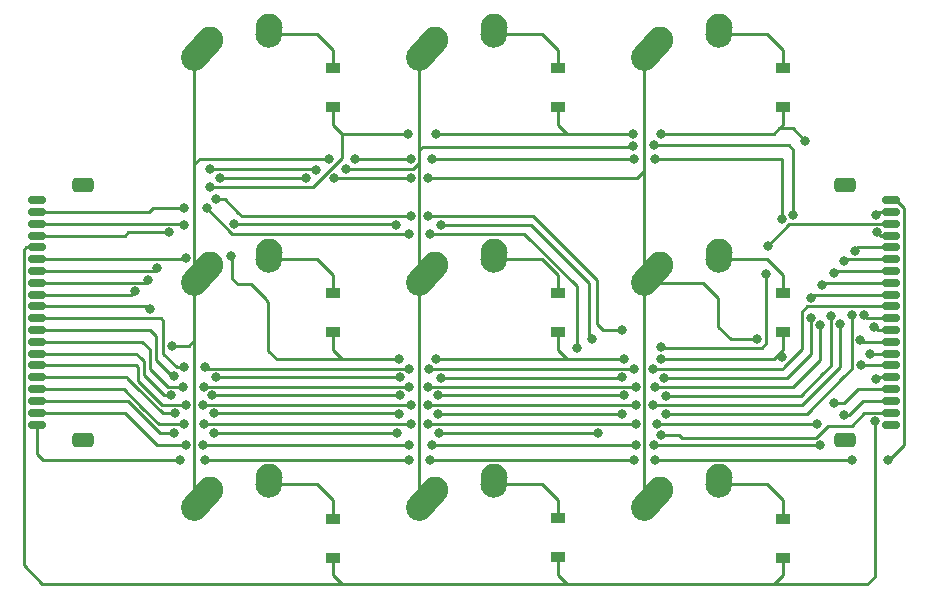
<source format=gtl>
%TF.GenerationSoftware,KiCad,Pcbnew,(6.0.9)*%
%TF.CreationDate,2022-12-29T20:17:03-06:00*%
%TF.ProjectId,Programmable Keys,50726f67-7261-46d6-9d61-626c65204b65,rev?*%
%TF.SameCoordinates,Original*%
%TF.FileFunction,Copper,L1,Top*%
%TF.FilePolarity,Positive*%
%FSLAX46Y46*%
G04 Gerber Fmt 4.6, Leading zero omitted, Abs format (unit mm)*
G04 Created by KiCad (PCBNEW (6.0.9)) date 2022-12-29 20:17:03*
%MOMM*%
%LPD*%
G01*
G04 APERTURE LIST*
G04 Aperture macros list*
%AMRoundRect*
0 Rectangle with rounded corners*
0 $1 Rounding radius*
0 $2 $3 $4 $5 $6 $7 $8 $9 X,Y pos of 4 corners*
0 Add a 4 corners polygon primitive as box body*
4,1,4,$2,$3,$4,$5,$6,$7,$8,$9,$2,$3,0*
0 Add four circle primitives for the rounded corners*
1,1,$1+$1,$2,$3*
1,1,$1+$1,$4,$5*
1,1,$1+$1,$6,$7*
1,1,$1+$1,$8,$9*
0 Add four rect primitives between the rounded corners*
20,1,$1+$1,$2,$3,$4,$5,0*
20,1,$1+$1,$4,$5,$6,$7,0*
20,1,$1+$1,$6,$7,$8,$9,0*
20,1,$1+$1,$8,$9,$2,$3,0*%
%AMHorizOval*
0 Thick line with rounded ends*
0 $1 width*
0 $2 $3 position (X,Y) of the first rounded end (center of the circle)*
0 $4 $5 position (X,Y) of the second rounded end (center of the circle)*
0 Add line between two ends*
20,1,$1,$2,$3,$4,$5,0*
0 Add two circle primitives to create the rounded ends*
1,1,$1,$2,$3*
1,1,$1,$4,$5*%
G04 Aperture macros list end*
%TA.AperFunction,ComponentPad*%
%ADD10C,2.250000*%
%TD*%
%TA.AperFunction,ComponentPad*%
%ADD11HorizOval,2.250000X0.655001X0.730000X-0.655001X-0.730000X0*%
%TD*%
%TA.AperFunction,ComponentPad*%
%ADD12HorizOval,2.250000X0.020000X0.290000X-0.020000X-0.290000X0*%
%TD*%
%TA.AperFunction,SMDPad,CuDef*%
%ADD13R,1.200000X0.900000*%
%TD*%
%TA.AperFunction,SMDPad,CuDef*%
%ADD14RoundRect,0.150000X-0.625000X0.150000X-0.625000X-0.150000X0.625000X-0.150000X0.625000X0.150000X0*%
%TD*%
%TA.AperFunction,SMDPad,CuDef*%
%ADD15RoundRect,0.250000X-0.650000X0.350000X-0.650000X-0.350000X0.650000X-0.350000X0.650000X0.350000X0*%
%TD*%
%TA.AperFunction,SMDPad,CuDef*%
%ADD16RoundRect,0.150000X0.625000X-0.150000X0.625000X0.150000X-0.625000X0.150000X-0.625000X-0.150000X0*%
%TD*%
%TA.AperFunction,SMDPad,CuDef*%
%ADD17RoundRect,0.250000X0.650000X-0.350000X0.650000X0.350000X-0.650000X0.350000X-0.650000X-0.350000X0*%
%TD*%
%TA.AperFunction,ViaPad*%
%ADD18C,0.800000*%
%TD*%
%TA.AperFunction,Conductor*%
%ADD19C,0.250000*%
%TD*%
G04 APERTURE END LIST*
D10*
%TO.P,MX8,1,COL*%
%TO.N,COL9*%
X184031250Y-96012500D03*
D11*
X183376251Y-96742500D03*
D10*
%TO.P,MX8,2,ROW*%
%TO.N,Net-(D6-Pad2)*%
X189071250Y-94932500D03*
D12*
X189051250Y-95222500D03*
%TD*%
D13*
%TO.P,D3,1,K*%
%TO.N,ROW7*%
X175418750Y-101725000D03*
%TO.P,D3,2,A*%
%TO.N,Net-(D3-Pad2)*%
X175418750Y-98425000D03*
%TD*%
%TO.P,D9,1,K*%
%TO.N,ROW7*%
X213518750Y-101725000D03*
%TO.P,D9,2,A*%
%TO.N,Net-(D9-Pad2)*%
X213518750Y-98425000D03*
%TD*%
%TO.P,D1,1,K*%
%TO.N,ROW5*%
X175418750Y-63562500D03*
%TO.P,D1,2,A*%
%TO.N,Net-(D1-Pad2)*%
X175418750Y-60262500D03*
%TD*%
D10*
%TO.P,MX1,1,COL*%
%TO.N,COL8*%
X164981250Y-57912500D03*
D11*
X164326251Y-58642500D03*
D10*
%TO.P,MX1,2,ROW*%
%TO.N,Net-(D1-Pad2)*%
X170021250Y-56832500D03*
D12*
X170001250Y-57122500D03*
%TD*%
D13*
%TO.P,D4,1,K*%
%TO.N,ROW5*%
X194468750Y-63562500D03*
%TO.P,D4,2,A*%
%TO.N,Net-(D4-Pad2)*%
X194468750Y-60262500D03*
%TD*%
%TO.P,D5,1,K*%
%TO.N,ROW6*%
X194468750Y-82612500D03*
%TO.P,D5,2,A*%
%TO.N,Net-(D5-Pad2)*%
X194468750Y-79312500D03*
%TD*%
D14*
%TO.P,J2,1,Pin_1*%
%TO.N,+5V*%
X222662500Y-71462500D03*
%TO.P,J2,2,Pin_2*%
%TO.N,VCC*%
X222662500Y-72462500D03*
%TO.P,J2,3,Pin_3*%
%TO.N,COL0*%
X222662500Y-73462500D03*
%TO.P,J2,4,Pin_4*%
%TO.N,COL1*%
X222662500Y-74462500D03*
%TO.P,J2,5,Pin_5*%
%TO.N,COL2*%
X222662500Y-75462500D03*
%TO.P,J2,6,Pin_6*%
%TO.N,COL3*%
X222662500Y-76462500D03*
%TO.P,J2,7,Pin_7*%
%TO.N,COL4*%
X222662500Y-77462500D03*
%TO.P,J2,8,Pin_8*%
%TO.N,COL5*%
X222662500Y-78462500D03*
%TO.P,J2,9,Pin_9*%
%TO.N,COL6*%
X222662500Y-79462500D03*
%TO.P,J2,10,Pin_10*%
%TO.N,COL7*%
X222662500Y-80462500D03*
%TO.P,J2,11,Pin_11*%
%TO.N,COL8*%
X222662500Y-81462500D03*
%TO.P,J2,12,Pin_12*%
%TO.N,COL9*%
X222662500Y-82462500D03*
%TO.P,J2,13,Pin_13*%
%TO.N,COL10*%
X222662500Y-83462500D03*
%TO.P,J2,14,Pin_14*%
%TO.N,ROW5*%
X222662500Y-84462500D03*
%TO.P,J2,15,Pin_15*%
%TO.N,ROW6*%
X222662500Y-85462500D03*
%TO.P,J2,16,Pin_16*%
%TO.N,ROW7*%
X222662500Y-86462500D03*
%TO.P,J2,17,Pin_17*%
%TO.N,ROW8*%
X222662500Y-87462500D03*
%TO.P,J2,18,Pin_18*%
%TO.N,ROW9*%
X222662500Y-88462500D03*
%TO.P,J2,19,Pin_19*%
%TO.N,GND*%
X222662500Y-89462500D03*
%TO.P,J2,20*%
%TO.N,N/C*%
X222662500Y-90462500D03*
D15*
%TO.P,J2,MP*%
X218787500Y-70162500D03*
X218787500Y-91762500D03*
%TD*%
D13*
%TO.P,D6,1,K*%
%TO.N,ROW7*%
X194468750Y-101662500D03*
%TO.P,D6,2,A*%
%TO.N,Net-(D6-Pad2)*%
X194468750Y-98362500D03*
%TD*%
D10*
%TO.P,MX9,1,COL*%
%TO.N,COL10*%
X203081250Y-96012500D03*
D11*
X202426251Y-96742500D03*
D12*
%TO.P,MX9,2,ROW*%
%TO.N,Net-(D9-Pad2)*%
X208101250Y-95222500D03*
D10*
X208121250Y-94932500D03*
%TD*%
%TO.P,MX4,1,COL*%
%TO.N,COL8*%
X164981250Y-76962500D03*
D11*
X164326251Y-77692500D03*
D10*
%TO.P,MX4,2,ROW*%
%TO.N,Net-(D2-Pad2)*%
X170021250Y-75882500D03*
D12*
X170001250Y-76172500D03*
%TD*%
D16*
%TO.P,J1,1,Pin_1*%
%TO.N,+5V*%
X150400000Y-90462500D03*
%TO.P,J1,2,Pin_2*%
%TO.N,VCC*%
X150400000Y-89462500D03*
%TO.P,J1,3,Pin_3*%
%TO.N,COL0*%
X150400000Y-88462500D03*
%TO.P,J1,4,Pin_4*%
%TO.N,COL1*%
X150400000Y-87462500D03*
%TO.P,J1,5,Pin_5*%
%TO.N,COL2*%
X150400000Y-86462500D03*
%TO.P,J1,6,Pin_6*%
%TO.N,COL3*%
X150400000Y-85462500D03*
%TO.P,J1,7,Pin_7*%
%TO.N,COL4*%
X150400000Y-84462500D03*
%TO.P,J1,8,Pin_8*%
%TO.N,COL5*%
X150400000Y-83462500D03*
%TO.P,J1,9,Pin_9*%
%TO.N,COL6*%
X150400000Y-82462500D03*
%TO.P,J1,10,Pin_10*%
%TO.N,COL7*%
X150400000Y-81462500D03*
%TO.P,J1,11,Pin_11*%
%TO.N,COL8*%
X150400000Y-80462500D03*
%TO.P,J1,12,Pin_12*%
%TO.N,COL9*%
X150400000Y-79462500D03*
%TO.P,J1,13,Pin_13*%
%TO.N,COL10*%
X150400000Y-78462500D03*
%TO.P,J1,14,Pin_14*%
%TO.N,ROW5*%
X150400000Y-77462500D03*
%TO.P,J1,15,Pin_15*%
%TO.N,ROW6*%
X150400000Y-76462500D03*
%TO.P,J1,16,Pin_16*%
%TO.N,ROW7*%
X150400000Y-75462500D03*
%TO.P,J1,17,Pin_17*%
%TO.N,ROW8*%
X150400000Y-74462500D03*
%TO.P,J1,18,Pin_18*%
%TO.N,ROW9*%
X150400000Y-73462500D03*
%TO.P,J1,19,Pin_19*%
%TO.N,GND*%
X150400000Y-72462500D03*
%TO.P,J1,20*%
%TO.N,N/C*%
X150400000Y-71462500D03*
D17*
%TO.P,J1,MP*%
X154275000Y-91762500D03*
X154275000Y-70162500D03*
%TD*%
D11*
%TO.P,MX3,1,COL*%
%TO.N,COL10*%
X202426251Y-58642500D03*
D10*
X203081250Y-57912500D03*
%TO.P,MX3,2,ROW*%
%TO.N,Net-(D7-Pad2)*%
X208121250Y-56832500D03*
D12*
X208101250Y-57122500D03*
%TD*%
D13*
%TO.P,D8,1,K*%
%TO.N,ROW6*%
X213518750Y-82612500D03*
%TO.P,D8,2,A*%
%TO.N,Net-(D8-Pad2)*%
X213518750Y-79312500D03*
%TD*%
%TO.P,D7,1,K*%
%TO.N,ROW5*%
X213518750Y-63562500D03*
%TO.P,D7,2,A*%
%TO.N,Net-(D7-Pad2)*%
X213518750Y-60262500D03*
%TD*%
D10*
%TO.P,MX7,1,COL*%
%TO.N,COL8*%
X164981250Y-96012500D03*
D11*
X164326251Y-96742500D03*
D12*
%TO.P,MX7,2,ROW*%
%TO.N,Net-(D3-Pad2)*%
X170001250Y-95222500D03*
D10*
X170021250Y-94932500D03*
%TD*%
D11*
%TO.P,MX2,1,COL*%
%TO.N,COL9*%
X183376251Y-58642500D03*
D10*
X184031250Y-57912500D03*
D12*
%TO.P,MX2,2,ROW*%
%TO.N,Net-(D4-Pad2)*%
X189051250Y-57122500D03*
D10*
X189071250Y-56832500D03*
%TD*%
%TO.P,MX6,1,COL*%
%TO.N,COL10*%
X203081250Y-76962500D03*
D11*
X202426251Y-77692500D03*
D10*
%TO.P,MX6,2,ROW*%
%TO.N,Net-(D8-Pad2)*%
X208121250Y-75882500D03*
D12*
X208101250Y-76172500D03*
%TD*%
D10*
%TO.P,MX5,1,COL*%
%TO.N,COL9*%
X184031250Y-76962500D03*
D11*
X183376251Y-77692500D03*
D10*
%TO.P,MX5,2,ROW*%
%TO.N,Net-(D5-Pad2)*%
X189071250Y-75882500D03*
D12*
X189051250Y-76172500D03*
%TD*%
D13*
%TO.P,D2,1,K*%
%TO.N,ROW6*%
X175418750Y-82612500D03*
%TO.P,D2,2,A*%
%TO.N,Net-(D2-Pad2)*%
X175418750Y-79312500D03*
%TD*%
D18*
%TO.N,ROW5*%
X160528000Y-77187000D03*
X220853000Y-84455000D03*
X215392000Y-66421000D03*
X164973000Y-70358000D03*
X181768750Y-65881250D03*
X200818750Y-65881250D03*
X203200000Y-65881250D03*
X184150000Y-65881250D03*
%TO.N,ROW6*%
X162946750Y-76327000D03*
X213463951Y-84723451D03*
X200025000Y-84931250D03*
X180975000Y-84931250D03*
X220099500Y-85462500D03*
X166751000Y-76200000D03*
X184150000Y-84931250D03*
X203200000Y-84931250D03*
%TO.N,ROW7*%
X221298581Y-90187000D03*
X221361000Y-86614000D03*
%TO.N,VCC*%
X183769000Y-92202000D03*
X181864000Y-92202000D03*
X162941000Y-92202000D03*
X201046750Y-92202000D03*
X221361000Y-72738000D03*
X216662000Y-92202000D03*
X164395750Y-92202000D03*
X202565000Y-92202000D03*
%TO.N,COL3*%
X201046750Y-88773000D03*
X162941000Y-88773000D03*
X218318839Y-81919866D03*
X218694000Y-76581000D03*
X202495750Y-88773000D03*
X183445750Y-88773000D03*
X164395750Y-88773000D03*
X181991000Y-88773000D03*
%TO.N,COL4*%
X203581000Y-88011000D03*
X217551000Y-81280000D03*
X217805000Y-77597000D03*
X200025000Y-87973500D03*
X184277000Y-87973500D03*
X165189500Y-87973500D03*
X181096161Y-87973500D03*
X161671000Y-87973500D03*
%TO.N,GND*%
X203212723Y-91342687D03*
X183642000Y-74295000D03*
X162814000Y-72136000D03*
X181864000Y-74295000D03*
X196088000Y-83947000D03*
X164719000Y-72136000D03*
%TO.N,COL5*%
X216667839Y-82046866D03*
X164465000Y-87249000D03*
X162687000Y-87249000D03*
X181864000Y-87249000D03*
X183445750Y-87249000D03*
X202692000Y-87249000D03*
X201041000Y-87249000D03*
X216789000Y-78613000D03*
%TO.N,COL6*%
X215921093Y-79738000D03*
X165481000Y-86449500D03*
X199898000Y-86449500D03*
X203454000Y-86487000D03*
X184531000Y-86487000D03*
X181102000Y-86449500D03*
X161925000Y-86360000D03*
X215900000Y-81407000D03*
%TO.N,COL0*%
X161925000Y-91186000D03*
X197866000Y-91148500D03*
X212217000Y-75311000D03*
X184404000Y-91186000D03*
X203200000Y-83931747D03*
X165354000Y-91186000D03*
X212090000Y-77724000D03*
X180848000Y-91148500D03*
%TO.N,COL1*%
X221511273Y-74187000D03*
X202819000Y-90424000D03*
X201041000Y-90424000D03*
X183445750Y-90424000D03*
X164465000Y-90424000D03*
X216403701Y-90419701D03*
X181996750Y-90424000D03*
X162814000Y-90424000D03*
%TO.N,COL2*%
X219583000Y-75738000D03*
X219329000Y-81187000D03*
X184277000Y-89535000D03*
X165354000Y-89497500D03*
X203581000Y-89535000D03*
X199898000Y-89535000D03*
X180975000Y-89535000D03*
X162052000Y-89497500D03*
%TO.N,COL7*%
X181864000Y-85725000D03*
X183515000Y-85725000D03*
X200914000Y-85725000D03*
X162814000Y-85598000D03*
X202495750Y-85725000D03*
X164592000Y-85598000D03*
%TO.N,COL8*%
X200914000Y-67945000D03*
X159893000Y-80645000D03*
X177292000Y-67945000D03*
X181991000Y-67945000D03*
X175124400Y-67945000D03*
X220346667Y-81187000D03*
X213419200Y-73084200D03*
X161760500Y-83820000D03*
X202692000Y-67945000D03*
X183769000Y-67945000D03*
%TO.N,COL9*%
X200784305Y-66880159D03*
X202565000Y-66802000D03*
X164973000Y-68834000D03*
X221234000Y-82187000D03*
X176530000Y-68834000D03*
X173990000Y-68871500D03*
X214376000Y-72738000D03*
X158623000Y-79187000D03*
%TO.N,COL10*%
X173101000Y-69596000D03*
X159720638Y-78187000D03*
X181996750Y-69596000D03*
X220053500Y-83312000D03*
X211323701Y-83222500D03*
X183445750Y-69596000D03*
X175518299Y-69600299D03*
X165862000Y-69596000D03*
%TO.N,ROW8*%
X217805000Y-88646000D03*
X199879000Y-82460500D03*
X183445750Y-72808500D03*
X181991000Y-72808500D03*
X165481000Y-71374000D03*
X161544000Y-74187000D03*
%TO.N,ROW9*%
X197358000Y-83185000D03*
X184531000Y-73570500D03*
X180721000Y-73533000D03*
X162814000Y-73533000D03*
X218694000Y-89662000D03*
X167072800Y-73465200D03*
%TO.N,+5V*%
X200914000Y-93472000D03*
X181864000Y-93472000D03*
X162433000Y-93472000D03*
X222377000Y-93472000D03*
X183642000Y-93472000D03*
X202692000Y-93472000D03*
X219329000Y-93472000D03*
X164592000Y-93472000D03*
%TD*%
D19*
%TO.N,ROW5*%
X195262500Y-65881250D02*
X184150000Y-65881250D01*
X214360125Y-65389125D02*
X213217125Y-65389125D01*
X222662500Y-84462500D02*
X220860500Y-84462500D01*
X176196625Y-65865375D02*
X175418750Y-65087500D01*
X176196625Y-67897375D02*
X176196625Y-65865375D01*
X194468750Y-65087500D02*
X194468750Y-63562500D01*
X173736000Y-70358000D02*
X176196625Y-67897375D01*
X175418750Y-65087500D02*
X175418750Y-63562500D01*
X164973000Y-70358000D02*
X173736000Y-70358000D01*
X213518750Y-65087500D02*
X213217125Y-65389125D01*
X200818750Y-65881250D02*
X195262500Y-65881250D01*
X213518750Y-63562500D02*
X213518750Y-65087500D01*
X195262500Y-65881250D02*
X194468750Y-65087500D01*
X160252500Y-77462500D02*
X160528000Y-77187000D01*
X150400000Y-77462500D02*
X160252500Y-77462500D01*
X215392000Y-66421000D02*
X214360125Y-65389125D01*
X212725000Y-65881250D02*
X203200000Y-65881250D01*
X181768750Y-65881250D02*
X176212500Y-65881250D01*
X220860500Y-84462500D02*
X220853000Y-84455000D01*
X176212500Y-65881250D02*
X176196625Y-65865375D01*
X213217125Y-65389125D02*
X212725000Y-65881250D01*
%TO.N,Net-(D1-Pad2)*%
X174093750Y-57412500D02*
X169981250Y-57412500D01*
X175418750Y-58737500D02*
X174093750Y-57412500D01*
X175418750Y-60262500D02*
X175418750Y-58737500D01*
%TO.N,ROW6*%
X195262500Y-84931250D02*
X184150000Y-84931250D01*
X222662500Y-85462500D02*
X220099500Y-85462500D01*
X200025000Y-84931250D02*
X195262500Y-84931250D01*
X194468750Y-84137500D02*
X194468750Y-82612500D01*
X180975000Y-84931250D02*
X177387250Y-84931250D01*
X169711942Y-79843059D02*
X169711942Y-79880961D01*
X166878000Y-78105000D02*
X167366599Y-78593599D01*
X169926000Y-80095019D02*
X169926000Y-84201000D01*
X176212500Y-84931250D02*
X175418750Y-84137500D01*
X162811250Y-76462500D02*
X162946750Y-76327000D01*
X170656250Y-84931250D02*
X177387250Y-84931250D01*
X212725000Y-84931250D02*
X203200000Y-84931250D01*
X213518750Y-84137500D02*
X213090125Y-84566125D01*
X166751000Y-76200000D02*
X166878000Y-76327000D01*
X167366599Y-78593599D02*
X168462482Y-78593599D01*
X169926000Y-84201000D02*
X170656250Y-84931250D01*
X175418750Y-84137500D02*
X175418750Y-82612500D01*
X169711942Y-79880961D02*
X169926000Y-80095019D01*
X213090125Y-84566125D02*
X212725000Y-84931250D01*
X166878000Y-76327000D02*
X166878000Y-78105000D01*
X213518750Y-82612500D02*
X213518750Y-84137500D01*
X213463951Y-84723451D02*
X213306625Y-84566125D01*
X168462482Y-78593599D02*
X169711942Y-79843059D01*
X195262500Y-84931250D02*
X194468750Y-84137500D01*
X150400000Y-76462500D02*
X162811250Y-76462500D01*
X213306625Y-84566125D02*
X213090125Y-84566125D01*
X177387250Y-84931250D02*
X176212500Y-84931250D01*
%TO.N,Net-(D2-Pad2)*%
X174093750Y-76462500D02*
X169981250Y-76462500D01*
X175418750Y-77787500D02*
X174093750Y-76462500D01*
X175418750Y-79312500D02*
X175418750Y-77787500D01*
%TO.N,ROW7*%
X149454500Y-75462500D02*
X149225000Y-75692000D01*
X222662500Y-86462500D02*
X221639500Y-86462500D01*
X221639500Y-86462500D02*
X221488000Y-86614000D01*
X195262500Y-103981250D02*
X176212500Y-103981250D01*
X176212500Y-103981250D02*
X175418750Y-103187500D01*
X221298581Y-103345169D02*
X220662500Y-103981250D01*
X220662500Y-103981250D02*
X211931250Y-103981250D01*
X175418750Y-103187500D02*
X175418750Y-101725000D01*
X194468750Y-103187500D02*
X194468750Y-101662500D01*
X221488000Y-86614000D02*
X221361000Y-86614000D01*
X195262500Y-103981250D02*
X194468750Y-103187500D01*
X150400000Y-75462500D02*
X149454500Y-75462500D01*
X150343750Y-75406250D02*
X150400000Y-75462500D01*
X213518750Y-101725000D02*
X213518750Y-103187500D01*
X149225000Y-102393750D02*
X150812500Y-103981250D01*
X212725000Y-103981250D02*
X211931250Y-103981250D01*
X211931250Y-103981250D02*
X195262500Y-103981250D01*
X213518750Y-103187500D02*
X212725000Y-103981250D01*
X150812500Y-103981250D02*
X176212500Y-103981250D01*
X149225000Y-75692000D02*
X149225000Y-102393750D01*
X221298581Y-90187000D02*
X221298581Y-103345169D01*
%TO.N,Net-(D3-Pad2)*%
X175418750Y-98425000D02*
X175418750Y-96837500D01*
X175418750Y-96837500D02*
X174093750Y-95512500D01*
X174093750Y-95512500D02*
X169981250Y-95512500D01*
%TO.N,Net-(D4-Pad2)*%
X194468750Y-58737500D02*
X193143750Y-57412500D01*
X194468750Y-60262500D02*
X194468750Y-58737500D01*
X193143750Y-57412500D02*
X189031250Y-57412500D01*
%TO.N,Net-(D5-Pad2)*%
X194468750Y-77787500D02*
X193143750Y-76462500D01*
X193143750Y-76462500D02*
X189031250Y-76462500D01*
X194468750Y-79312500D02*
X194468750Y-77787500D01*
%TO.N,Net-(D6-Pad2)*%
X193143750Y-95512500D02*
X189031250Y-95512500D01*
X194468750Y-98362500D02*
X194468750Y-96837500D01*
X194468750Y-96837500D02*
X193143750Y-95512500D01*
%TO.N,Net-(D7-Pad2)*%
X212193750Y-57412500D02*
X208081250Y-57412500D01*
X213518750Y-58737500D02*
X212193750Y-57412500D01*
X213518750Y-60262500D02*
X213518750Y-58737500D01*
%TO.N,Net-(D8-Pad2)*%
X213518750Y-77787500D02*
X212193750Y-76462500D01*
X212193750Y-76462500D02*
X208081250Y-76462500D01*
X213518750Y-79312500D02*
X213518750Y-77787500D01*
%TO.N,Net-(D9-Pad2)*%
X213518750Y-98425000D02*
X213518750Y-96837500D01*
X212193750Y-95512500D02*
X208081250Y-95512500D01*
X213518750Y-96837500D02*
X212193750Y-95512500D01*
%TO.N,VCC*%
X164395750Y-92202000D02*
X181864000Y-92202000D01*
X150400000Y-89462500D02*
X153361500Y-89462500D01*
X153361500Y-89462500D02*
X156899500Y-89462500D01*
X221361000Y-72738000D02*
X221636500Y-72462500D01*
X160528000Y-92202000D02*
X162941000Y-92202000D01*
X202565000Y-92202000D02*
X216662000Y-92202000D01*
X183769000Y-92202000D02*
X201046750Y-92202000D01*
X156899500Y-89462500D02*
X157788500Y-89462500D01*
X157788500Y-89462500D02*
X159893000Y-91567000D01*
X159893000Y-91567000D02*
X160528000Y-92202000D01*
X221636500Y-72462500D02*
X222662500Y-72462500D01*
%TO.N,COL3*%
X215138000Y-88773000D02*
X218313000Y-85598000D01*
X218313000Y-81925705D02*
X218318839Y-81919866D01*
X218313000Y-85598000D02*
X218313000Y-81925705D01*
X158877000Y-85598000D02*
X158877000Y-86741000D01*
X152772500Y-85462500D02*
X158741500Y-85462500D01*
X183445750Y-88773000D02*
X201046750Y-88773000D01*
X222662500Y-76462500D02*
X219718500Y-76462500D01*
X164395750Y-88773000D02*
X181991000Y-88773000D01*
X218812500Y-76462500D02*
X218694000Y-76581000D01*
X202495750Y-88773000D02*
X215138000Y-88773000D01*
X218956500Y-76462500D02*
X218812500Y-76462500D01*
X158741500Y-85462500D02*
X158877000Y-85598000D01*
X160655000Y-88519000D02*
X160909000Y-88773000D01*
X219718500Y-76462500D02*
X218956500Y-76462500D01*
X158877000Y-86741000D02*
X160655000Y-88519000D01*
X150400000Y-85462500D02*
X152772500Y-85462500D01*
X160909000Y-88773000D02*
X162941000Y-88773000D01*
%TO.N,COL4*%
X216916000Y-86106000D02*
X217551000Y-85471000D01*
X153169500Y-84462500D02*
X158757500Y-84462500D01*
X217939500Y-77462500D02*
X222662500Y-77462500D01*
X215011000Y-88011000D02*
X216916000Y-86106000D01*
X159385000Y-85090000D02*
X159385000Y-86233000D01*
X158757500Y-84462500D02*
X159131000Y-84836000D01*
X159385000Y-86233000D02*
X161125500Y-87973500D01*
X159131000Y-84836000D02*
X159385000Y-85090000D01*
X161125500Y-87973500D02*
X161671000Y-87973500D01*
X165189500Y-87973500D02*
X181096161Y-87973500D01*
X203581000Y-88011000D02*
X215011000Y-88011000D01*
X217551000Y-85471000D02*
X217551000Y-81280000D01*
X184277000Y-87973500D02*
X200025000Y-87973500D01*
X150400000Y-84462500D02*
X153169500Y-84462500D01*
X217805000Y-77597000D02*
X217939500Y-77462500D01*
%TO.N,GND*%
X166878000Y-74295000D02*
X164719000Y-72136000D01*
X204978000Y-91567000D02*
X204753687Y-91342687D01*
X219329000Y-90551000D02*
X217297000Y-90551000D01*
X159820500Y-72462500D02*
X150400000Y-72462500D01*
X222662500Y-89462500D02*
X220417500Y-89462500D01*
X181864000Y-74295000D02*
X166878000Y-74295000D01*
X204753687Y-91342687D02*
X203212723Y-91342687D01*
X205867000Y-91567000D02*
X205740000Y-91567000D01*
X220417500Y-89462500D02*
X219329000Y-90551000D01*
X205867000Y-91567000D02*
X204978000Y-91567000D01*
X216281000Y-91567000D02*
X205867000Y-91567000D01*
X196088000Y-78770354D02*
X191612646Y-74295000D01*
X160147000Y-72136000D02*
X159820500Y-72462500D01*
X191612646Y-74295000D02*
X183642000Y-74295000D01*
X196088000Y-83947000D02*
X196088000Y-78770354D01*
X217297000Y-90551000D02*
X216281000Y-91567000D01*
X162814000Y-72136000D02*
X160147000Y-72136000D01*
%TO.N,COL5*%
X214376000Y-87249000D02*
X216535000Y-85090000D01*
X159893000Y-85725000D02*
X161036000Y-86868000D01*
X150400000Y-83462500D02*
X152296500Y-83462500D01*
X216667839Y-84957161D02*
X216667839Y-82046866D01*
X159281500Y-83462500D02*
X159893000Y-84074000D01*
X216535000Y-85090000D02*
X216667839Y-84957161D01*
X159893000Y-84074000D02*
X159893000Y-84963000D01*
X161417000Y-87249000D02*
X162687000Y-87249000D01*
X202692000Y-87249000D02*
X214376000Y-87249000D01*
X216939500Y-78462500D02*
X216789000Y-78613000D01*
X164465000Y-87249000D02*
X181864000Y-87249000D01*
X152296500Y-83462500D02*
X159281500Y-83462500D01*
X159893000Y-84963000D02*
X159893000Y-85725000D01*
X222662500Y-78462500D02*
X216939500Y-78462500D01*
X183445750Y-87249000D02*
X201041000Y-87249000D01*
X161036000Y-86868000D02*
X161417000Y-87249000D01*
%TO.N,COL6*%
X215900000Y-84455000D02*
X215900000Y-81407000D01*
X160401000Y-82931000D02*
X160401000Y-84455000D01*
X161671000Y-86233000D02*
X161798000Y-86360000D01*
X203454000Y-86487000D02*
X213868000Y-86487000D01*
X184531000Y-86487000D02*
X199860500Y-86487000D01*
X159932500Y-82462500D02*
X160274000Y-82804000D01*
X215519000Y-84836000D02*
X215900000Y-84455000D01*
X199860500Y-86487000D02*
X199898000Y-86449500D01*
X213868000Y-86487000D02*
X215519000Y-84836000D01*
X150400000Y-82462500D02*
X152058500Y-82462500D01*
X152058500Y-82462500D02*
X159932500Y-82462500D01*
X165481000Y-86449500D02*
X181102000Y-86449500D01*
X215921093Y-79738000D02*
X216196593Y-79462500D01*
X160401000Y-84455000D02*
X160401000Y-84963000D01*
X160274000Y-82804000D02*
X160401000Y-82931000D01*
X216196593Y-79462500D02*
X222662500Y-79462500D01*
X161798000Y-86360000D02*
X161925000Y-86360000D01*
X160401000Y-84963000D02*
X161671000Y-86233000D01*
%TO.N,COL0*%
X203200000Y-83931747D02*
X203215253Y-83947000D01*
X152597500Y-88462500D02*
X158057104Y-88462500D01*
X195072000Y-91186000D02*
X197828500Y-91186000D01*
X180810500Y-91186000D02*
X180848000Y-91148500D01*
X203215253Y-83947000D02*
X211709000Y-83947000D01*
X160780604Y-91186000D02*
X161925000Y-91186000D01*
X211709000Y-83947000D02*
X212090000Y-83566000D01*
X214065500Y-73462500D02*
X212217000Y-75311000D01*
X197828500Y-91186000D02*
X197866000Y-91148500D01*
X222662500Y-73462500D02*
X214065500Y-73462500D01*
X150400000Y-88462500D02*
X152597500Y-88462500D01*
X158057104Y-88462500D02*
X159003302Y-89408698D01*
X165354000Y-91186000D02*
X180810500Y-91186000D01*
X212090000Y-83566000D02*
X212090000Y-77724000D01*
X184404000Y-91186000D02*
X195072000Y-91186000D01*
X159003302Y-89408698D02*
X160780604Y-91186000D01*
%TO.N,COL1*%
X216408000Y-90424000D02*
X216403701Y-90419701D01*
X221511273Y-74187000D02*
X221786773Y-74462500D01*
X183445750Y-90424000D02*
X201041000Y-90424000D01*
X157693500Y-87462500D02*
X159258000Y-89027000D01*
X150400000Y-87462500D02*
X152994500Y-87462500D01*
X159258000Y-89027000D02*
X160655000Y-90424000D01*
X164465000Y-90424000D02*
X181996750Y-90424000D01*
X221786773Y-74462500D02*
X222662500Y-74462500D01*
X160655000Y-90424000D02*
X162814000Y-90424000D01*
X152994500Y-87462500D02*
X157693500Y-87462500D01*
X202819000Y-90424000D02*
X216408000Y-90424000D01*
%TO.N,COL2*%
X219858500Y-75462500D02*
X219583000Y-75738000D01*
X203581000Y-89535000D02*
X215519000Y-89535000D01*
X184277000Y-89535000D02*
X199898000Y-89535000D01*
X157988000Y-86487000D02*
X157988000Y-86488396D01*
X157988000Y-86488396D02*
X158749302Y-87249698D01*
X158749302Y-87249698D02*
X160997104Y-89497500D01*
X153264500Y-86462500D02*
X157963500Y-86462500D01*
X215519000Y-89535000D02*
X218694000Y-86360000D01*
X160997104Y-89497500D02*
X162052000Y-89497500D01*
X150400000Y-86462500D02*
X153264500Y-86462500D01*
X219329000Y-85725000D02*
X219329000Y-81187000D01*
X218694000Y-86360000D02*
X219329000Y-85725000D01*
X157963500Y-86462500D02*
X157988000Y-86487000D01*
X222662500Y-75462500D02*
X219858500Y-75462500D01*
X165354000Y-89497500D02*
X180937500Y-89497500D01*
X180937500Y-89497500D02*
X180975000Y-89535000D01*
%TO.N,COL7*%
X215138000Y-80899000D02*
X215138000Y-82804000D01*
X222662500Y-80462500D02*
X220146500Y-80462500D01*
X213487000Y-85725000D02*
X202495750Y-85725000D01*
X220146500Y-80462500D02*
X215574500Y-80462500D01*
X213614000Y-85598000D02*
X213487000Y-85725000D01*
X161036000Y-84455000D02*
X161036000Y-81661000D01*
X181864000Y-85725000D02*
X164719000Y-85725000D01*
X161036000Y-81661000D02*
X160837500Y-81462500D01*
X162814000Y-85598000D02*
X162179000Y-85598000D01*
X164719000Y-85725000D02*
X164592000Y-85598000D01*
X160837500Y-81462500D02*
X150400000Y-81462500D01*
X162179000Y-85598000D02*
X161036000Y-84455000D01*
X215574500Y-80462500D02*
X215138000Y-80899000D01*
X215138000Y-82804000D02*
X215138000Y-84074000D01*
X215138000Y-84074000D02*
X213614000Y-85598000D01*
X200914000Y-85725000D02*
X183515000Y-85725000D01*
%TO.N,COL8*%
X161760500Y-83820000D02*
X163195000Y-83820000D01*
X222662500Y-81462500D02*
X220622167Y-81462500D01*
X163671250Y-83343750D02*
X163671250Y-97472500D01*
X213419200Y-73084200D02*
X213419200Y-72195200D01*
X181991000Y-67945000D02*
X177292000Y-67945000D01*
X213419200Y-72195200D02*
X213419200Y-68004200D01*
X164147500Y-67945000D02*
X163671250Y-68421250D01*
X163671250Y-68421250D02*
X163671250Y-78422500D01*
X150400000Y-80462500D02*
X159710500Y-80462500D01*
X200914000Y-67945000D02*
X183769000Y-67945000D01*
X175124400Y-67945000D02*
X164147500Y-67945000D01*
X163671250Y-78422500D02*
X163671250Y-83343750D01*
X163195000Y-83820000D02*
X163671250Y-83343750D01*
X159710500Y-80462500D02*
X159893000Y-80645000D01*
X163671250Y-59372500D02*
X163671250Y-68421250D01*
X220622167Y-81462500D02*
X220346667Y-81187000D01*
X213360000Y-67945000D02*
X202692000Y-67945000D01*
X213419200Y-68004200D02*
X213360000Y-67945000D01*
%TO.N,COL9*%
X150400000Y-79462500D02*
X158281500Y-79462500D01*
X173952500Y-68834000D02*
X173990000Y-68871500D01*
X200784305Y-66880159D02*
X200735464Y-66929000D01*
X182181500Y-68834000D02*
X182721250Y-68294250D01*
X182721250Y-97472500D02*
X182721250Y-78422500D01*
X164973000Y-68834000D02*
X173952500Y-68834000D01*
X158281500Y-79462500D02*
X158623000Y-79121000D01*
X221527500Y-82462500D02*
X221361000Y-82296000D01*
X183007000Y-66929000D02*
X182721250Y-67214750D01*
X176530000Y-68834000D02*
X182181500Y-68834000D01*
X200735464Y-66929000D02*
X183007000Y-66929000D01*
X213995000Y-66802000D02*
X213741000Y-66802000D01*
X221252000Y-82187000D02*
X221234000Y-82187000D01*
X182721250Y-68294250D02*
X182721250Y-67214750D01*
X214376000Y-67183000D02*
X213995000Y-66802000D01*
X182721250Y-78422500D02*
X182721250Y-68294250D01*
X221361000Y-82296000D02*
X221252000Y-82187000D01*
X182721250Y-67214750D02*
X182721250Y-59372500D01*
X214376000Y-72738000D02*
X214376000Y-67183000D01*
X222662500Y-82462500D02*
X221527500Y-82462500D01*
X213741000Y-66802000D02*
X202565000Y-66802000D01*
%TO.N,COL10*%
X165862000Y-69596000D02*
X173101000Y-69596000D01*
X201168000Y-69596000D02*
X201771250Y-68992750D01*
X201771250Y-97472500D02*
X201771250Y-78422500D01*
X211323701Y-83222500D02*
X209079500Y-83222500D01*
X201834750Y-78486000D02*
X201771250Y-78422500D01*
X208026000Y-82169000D02*
X208026000Y-79756000D01*
X175518299Y-69600299D02*
X181992451Y-69600299D01*
X222662500Y-83462500D02*
X220204000Y-83462500D01*
X208026000Y-79756000D02*
X206756000Y-78486000D01*
X183445750Y-69596000D02*
X201168000Y-69596000D01*
X181992451Y-69600299D02*
X181996750Y-69596000D01*
X201771250Y-68992750D02*
X201771250Y-78422500D01*
X159535500Y-78462500D02*
X159766000Y-78232000D01*
X159765638Y-78232000D02*
X159720638Y-78187000D01*
X209079500Y-83222500D02*
X208026000Y-82169000D01*
X159766000Y-78232000D02*
X159765638Y-78232000D01*
X201771250Y-59372500D02*
X201771250Y-68992750D01*
X150400000Y-78462500D02*
X159535500Y-78462500D01*
X206756000Y-78486000D02*
X201834750Y-78486000D01*
X220204000Y-83462500D02*
X220053500Y-83312000D01*
%TO.N,ROW8*%
X218694000Y-88646000D02*
X217805000Y-88646000D01*
X199879000Y-82460500D02*
X198284500Y-82460500D01*
X181991000Y-72808500D02*
X167677500Y-72808500D01*
X167386000Y-72517000D02*
X166243000Y-71374000D01*
X198284500Y-82460500D02*
X197866000Y-82042000D01*
X150400000Y-74462500D02*
X157820500Y-74462500D01*
X167677500Y-72808500D02*
X167386000Y-72517000D01*
X197739000Y-78232000D02*
X192659000Y-73152000D01*
X218948000Y-88392000D02*
X218694000Y-88646000D01*
X197866000Y-82042000D02*
X197739000Y-81915000D01*
X166243000Y-71374000D02*
X165481000Y-71374000D01*
X157820500Y-74462500D02*
X158096000Y-74187000D01*
X222662500Y-87462500D02*
X220639500Y-87462500D01*
X220639500Y-87462500D02*
X220512500Y-87462500D01*
X158096000Y-74187000D02*
X161544000Y-74187000D01*
X219877500Y-87462500D02*
X218948000Y-88392000D01*
X192315500Y-72808500D02*
X183445750Y-72808500D01*
X220639500Y-87462500D02*
X219877500Y-87462500D01*
X197739000Y-81915000D02*
X197739000Y-78232000D01*
X192659000Y-73152000D02*
X192315500Y-72808500D01*
%TO.N,ROW9*%
X180653200Y-73465200D02*
X180721000Y-73533000D01*
X192151000Y-73533000D02*
X197104000Y-78486000D01*
X222662500Y-88462500D02*
X220288500Y-88462500D01*
X184568500Y-73533000D02*
X192151000Y-73533000D01*
X150400000Y-73462500D02*
X152075500Y-73462500D01*
X152075500Y-73462500D02*
X162743500Y-73462500D01*
X219089000Y-89662000D02*
X220288500Y-88462500D01*
X184531000Y-73570500D02*
X184568500Y-73533000D01*
X197104000Y-78486000D02*
X197104000Y-78867000D01*
X167072800Y-73465200D02*
X180653200Y-73465200D01*
X197104000Y-82931000D02*
X197358000Y-83185000D01*
X197104000Y-78867000D02*
X197104000Y-82931000D01*
X162743500Y-73462500D02*
X162814000Y-73533000D01*
X218694000Y-89662000D02*
X219089000Y-89662000D01*
%TO.N,+5V*%
X222504000Y-93472000D02*
X223762500Y-92213500D01*
X223109251Y-71462500D02*
X222662500Y-71462500D01*
X200914000Y-93472000D02*
X183642000Y-93472000D01*
X223762500Y-92213500D02*
X223762500Y-72115749D01*
X181864000Y-93472000D02*
X164592000Y-93472000D01*
X150400000Y-92996000D02*
X150400000Y-90462500D01*
X223762500Y-72115749D02*
X223109251Y-71462500D01*
X150876000Y-93472000D02*
X150400000Y-92996000D01*
X162433000Y-93472000D02*
X150876000Y-93472000D01*
X222377000Y-93472000D02*
X222504000Y-93472000D01*
X202692000Y-93472000D02*
X219329000Y-93472000D01*
%TD*%
M02*

</source>
